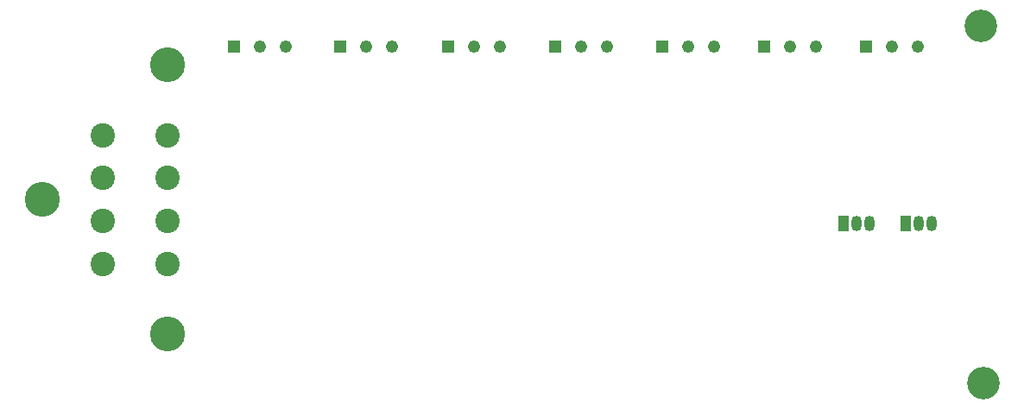
<source format=gbr>
%TF.GenerationSoftware,KiCad,Pcbnew,9.0.0*%
%TF.CreationDate,2025-03-18T23:21:23-07:00*%
%TF.ProjectId,BSPD,42535044-2e6b-4696-9361-645f70636258,rev?*%
%TF.SameCoordinates,Original*%
%TF.FileFunction,Soldermask,Bot*%
%TF.FilePolarity,Negative*%
%FSLAX46Y46*%
G04 Gerber Fmt 4.6, Leading zero omitted, Abs format (unit mm)*
G04 Created by KiCad (PCBNEW 9.0.0) date 2025-03-18 23:21:23*
%MOMM*%
%LPD*%
G01*
G04 APERTURE LIST*
%ADD10C,3.430000*%
%ADD11C,2.400000*%
%ADD12R,1.050000X1.500000*%
%ADD13O,1.050000X1.500000*%
%ADD14R,1.210000X1.210000*%
%ADD15C,1.210000*%
%ADD16C,3.200000*%
G04 APERTURE END LIST*
D10*
%TO.C,J1*%
X55000000Y-123210000D03*
X42650000Y-110000000D03*
X55000000Y-96790000D03*
D11*
X55000000Y-116300000D03*
X55000000Y-112100000D03*
X55000000Y-107900000D03*
X55000000Y-103700000D03*
X48650000Y-103700000D03*
X48650000Y-107900000D03*
X48650000Y-112100000D03*
X48650000Y-116300000D03*
%TD*%
D12*
%TO.C,Q2*%
X127330000Y-112360000D03*
D13*
X128600000Y-112360000D03*
X129870000Y-112360000D03*
%TD*%
D14*
%TO.C,RV7*%
X123460000Y-95000000D03*
D15*
X126000000Y-95000000D03*
X128540000Y-95000000D03*
%TD*%
D16*
%TO.C,H2*%
X135000000Y-128000000D03*
%TD*%
D14*
%TO.C,RV1*%
X61460000Y-95000000D03*
D15*
X64000000Y-95000000D03*
X66540000Y-95000000D03*
%TD*%
D16*
%TO.C,H1*%
X134750000Y-93000000D03*
%TD*%
D14*
%TO.C,RV4*%
X93000000Y-95000000D03*
D15*
X95540000Y-95000000D03*
X98080000Y-95000000D03*
%TD*%
D14*
%TO.C,RV5*%
X103460000Y-95000000D03*
D15*
X106000000Y-95000000D03*
X108540000Y-95000000D03*
%TD*%
D14*
%TO.C,RV3*%
X82460000Y-95000000D03*
D15*
X85000000Y-95000000D03*
X87540000Y-95000000D03*
%TD*%
D12*
%TO.C,Q1*%
X121230000Y-112360000D03*
D13*
X122500000Y-112360000D03*
X123770000Y-112360000D03*
%TD*%
D14*
%TO.C,RV6*%
X113460000Y-95000000D03*
D15*
X116000000Y-95000000D03*
X118540000Y-95000000D03*
%TD*%
D14*
%TO.C,RV2*%
X71920000Y-95000000D03*
D15*
X74460000Y-95000000D03*
X77000000Y-95000000D03*
%TD*%
M02*

</source>
